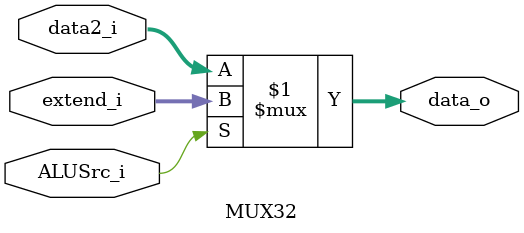
<source format=v>
module MUX32
(
		data2_i,
		extend_i,
		ALUSrc_i,
		data_o
);

input [31:0] data2_i, extend_i;
input ALUSrc_i;
output [31:0] data_o;

assign data_o = ALUSrc_i ? extend_i : data2_i;

endmodule

</source>
